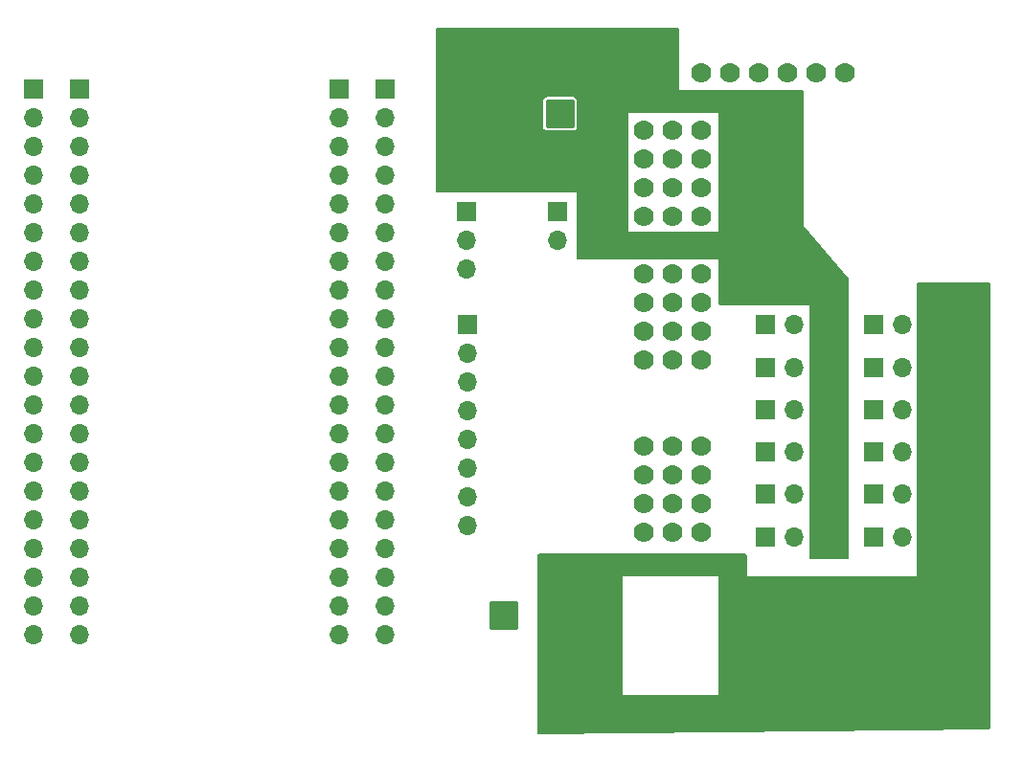
<source format=gbr>
%TF.GenerationSoftware,KiCad,Pcbnew,9.0.0*%
%TF.CreationDate,2025-03-26T16:30:54-04:00*%
%TF.ProjectId,spotmicro23mm,73706f74-6d69-4637-926f-32336d6d2e6b,rev?*%
%TF.SameCoordinates,Original*%
%TF.FileFunction,Copper,L2,Inr*%
%TF.FilePolarity,Positive*%
%FSLAX46Y46*%
G04 Gerber Fmt 4.6, Leading zero omitted, Abs format (unit mm)*
G04 Created by KiCad (PCBNEW 9.0.0) date 2025-03-26 16:30:54*
%MOMM*%
%LPD*%
G01*
G04 APERTURE LIST*
G04 Aperture macros list*
%AMRoundRect*
0 Rectangle with rounded corners*
0 $1 Rounding radius*
0 $2 $3 $4 $5 $6 $7 $8 $9 X,Y pos of 4 corners*
0 Add a 4 corners polygon primitive as box body*
4,1,4,$2,$3,$4,$5,$6,$7,$8,$9,$2,$3,0*
0 Add four circle primitives for the rounded corners*
1,1,$1+$1,$2,$3*
1,1,$1+$1,$4,$5*
1,1,$1+$1,$6,$7*
1,1,$1+$1,$8,$9*
0 Add four rect primitives between the rounded corners*
20,1,$1+$1,$2,$3,$4,$5,0*
20,1,$1+$1,$4,$5,$6,$7,0*
20,1,$1+$1,$6,$7,$8,$9,0*
20,1,$1+$1,$8,$9,$2,$3,0*%
G04 Aperture macros list end*
%TA.AperFunction,ComponentPad*%
%ADD10R,1.700000X1.700000*%
%TD*%
%TA.AperFunction,ComponentPad*%
%ADD11O,1.700000X1.700000*%
%TD*%
%TA.AperFunction,ComponentPad*%
%ADD12RoundRect,0.250000X1.050000X1.050000X-1.050000X1.050000X-1.050000X-1.050000X1.050000X-1.050000X0*%
%TD*%
%TA.AperFunction,ComponentPad*%
%ADD13C,2.600000*%
%TD*%
%TA.AperFunction,ComponentPad*%
%ADD14RoundRect,0.250000X-1.050000X-1.050000X1.050000X-1.050000X1.050000X1.050000X-1.050000X1.050000X0*%
%TD*%
%TA.AperFunction,ComponentPad*%
%ADD15C,1.778000*%
%TD*%
%TA.AperFunction,Conductor*%
%ADD16C,1.700000*%
%TD*%
G04 APERTURE END LIST*
D10*
%TO.N,/PWM-7*%
%TO.C,J9*%
X146170000Y-88000000D03*
D11*
%TO.N,/S2-PWR*%
X148710000Y-88000000D03*
%TO.N,/S2-GND*%
X151250000Y-88000000D03*
%TD*%
D10*
%TO.N,/ESP-32Pin*%
%TO.C,J14*%
X85500000Y-63400000D03*
D11*
X85500000Y-65940000D03*
X85500000Y-68480000D03*
X85500000Y-71020000D03*
X85500000Y-73560000D03*
X85500000Y-76100000D03*
X85500000Y-78640000D03*
X85500000Y-81180000D03*
X85500000Y-83720000D03*
X85500000Y-86260000D03*
X85500000Y-88800000D03*
X85500000Y-91340000D03*
X85500000Y-93880000D03*
X85500000Y-96420000D03*
X85500000Y-98960000D03*
X85500000Y-101500000D03*
X85500000Y-104040000D03*
X85500000Y-106580000D03*
X85500000Y-109120000D03*
X85500000Y-111660000D03*
%TD*%
D10*
%TO.N,/PWM-4*%
%TO.C,J6*%
X155670000Y-99250000D03*
D11*
%TO.N,/S1-PWR*%
X158210000Y-99250000D03*
%TO.N,/S1-GND*%
X160750000Y-99250000D03*
%TD*%
D10*
%TO.N,/Global SCL*%
%TO.C,J18*%
X127750000Y-74250000D03*
D11*
%TO.N,/Global SDA*%
X127750000Y-76790000D03*
%TD*%
D12*
%TO.N,/S2-PWR*%
%TO.C,J21*%
X127993453Y-65577500D03*
D13*
%TO.N,/S2-GND*%
X122993453Y-65577500D03*
%TD*%
D10*
%TO.N,/PWM-2*%
%TO.C,J4*%
X155670000Y-91750000D03*
D11*
%TO.N,/S1-PWR*%
X158210000Y-91750000D03*
%TO.N,/S1-GND*%
X160750000Y-91750000D03*
%TD*%
D10*
%TO.N,/ESP-32Pin*%
%TO.C,J17*%
X112500000Y-63400000D03*
D11*
X112500000Y-65940000D03*
X112500000Y-68480000D03*
X112500000Y-71020000D03*
X112500000Y-73560000D03*
X112500000Y-76100000D03*
X112500000Y-78640000D03*
X112500000Y-81180000D03*
X112500000Y-83720000D03*
X112500000Y-86260000D03*
X112500000Y-88800000D03*
X112500000Y-91340000D03*
X112500000Y-93880000D03*
X112500000Y-96420000D03*
X112500000Y-98960000D03*
X112500000Y-101500000D03*
X112500000Y-104040000D03*
X112500000Y-106580000D03*
X112500000Y-109120000D03*
X112500000Y-111660000D03*
%TD*%
D10*
%TO.N,/PWM-11*%
%TO.C,J13*%
X146170000Y-103000000D03*
D11*
%TO.N,/S2-PWR*%
X148710000Y-103000000D03*
%TO.N,/S2-GND*%
X151250000Y-103000000D03*
%TD*%
D10*
%TO.N,/PWM-1*%
%TO.C,J3*%
X155670000Y-88000000D03*
D11*
%TO.N,/S1-PWR*%
X158210000Y-88000000D03*
%TO.N,/S1-GND*%
X160750000Y-88000000D03*
%TD*%
D10*
%TO.N,/ESP-32Pin*%
%TO.C,J15*%
X108500000Y-63400000D03*
D11*
X108500000Y-65940000D03*
X108500000Y-68480000D03*
X108500000Y-71020000D03*
X108500000Y-73560000D03*
X108500000Y-76100000D03*
X108500000Y-78640000D03*
X108500000Y-81180000D03*
X108500000Y-83720000D03*
X108500000Y-86260000D03*
X108500000Y-88800000D03*
X108500000Y-91340000D03*
X108500000Y-93880000D03*
X108500000Y-96420000D03*
X108500000Y-98960000D03*
X108500000Y-101500000D03*
X108500000Y-104040000D03*
X108500000Y-106580000D03*
X108500000Y-109120000D03*
X108500000Y-111660000D03*
%TD*%
D10*
%TO.N,/PWM-9*%
%TO.C,J11*%
X146170000Y-95500000D03*
D11*
%TO.N,/S2-PWR*%
X148710000Y-95500000D03*
%TO.N,/S2-GND*%
X151250000Y-95500000D03*
%TD*%
D14*
%TO.N,/S1-PWR*%
%TO.C,J1*%
X123000000Y-110000000D03*
D13*
%TO.N,/S1-GND*%
X128000000Y-110000000D03*
%TD*%
D10*
%TO.N,/ESP-32Pin*%
%TO.C,J16*%
X81500000Y-63400000D03*
D11*
X81500000Y-65940000D03*
X81500000Y-68480000D03*
X81500000Y-71020000D03*
X81500000Y-73560000D03*
X81500000Y-76100000D03*
X81500000Y-78640000D03*
X81500000Y-81180000D03*
X81500000Y-83720000D03*
X81500000Y-86260000D03*
X81500000Y-88800000D03*
X81500000Y-91340000D03*
X81500000Y-93880000D03*
X81500000Y-96420000D03*
X81500000Y-98960000D03*
X81500000Y-101500000D03*
X81500000Y-104040000D03*
X81500000Y-106580000D03*
X81500000Y-109120000D03*
X81500000Y-111660000D03*
%TD*%
D10*
%TO.N,/PWM-6*%
%TO.C,J8*%
X146170000Y-84250000D03*
D11*
%TO.N,/S2-PWR*%
X148710000Y-84250000D03*
%TO.N,/S2-GND*%
X151250000Y-84250000D03*
%TD*%
D10*
%TO.N,/PWM-3*%
%TO.C,J5*%
X155670000Y-95500000D03*
D11*
%TO.N,/S1-PWR*%
X158210000Y-95500000D03*
%TO.N,/S1-GND*%
X160750000Y-95500000D03*
%TD*%
D10*
%TO.N,/PWM-8*%
%TO.C,J10*%
X146170000Y-91750000D03*
D11*
%TO.N,/S2-PWR*%
X148710000Y-91750000D03*
%TO.N,/S2-GND*%
X151250000Y-91750000D03*
%TD*%
D10*
%TO.N,/ESP32-3v3*%
%TO.C,J20*%
X119800000Y-84260000D03*
D11*
%TO.N,/ESP32-GND*%
X119800000Y-86800000D03*
%TO.N,/Global SCL*%
X119800000Y-89340000D03*
%TO.N,/Global SDA*%
X119800000Y-91880000D03*
%TO.N,unconnected-(J20-Pin_5-Pad5)*%
X119800000Y-94420000D03*
%TO.N,unconnected-(J20-Pin_6-Pad6)*%
X119800000Y-96960000D03*
%TO.N,unconnected-(J20-Pin_7-Pad7)*%
X119800000Y-99500000D03*
%TO.N,unconnected-(J20-Pin_8-Pad8)*%
X119800000Y-102040000D03*
%TD*%
D10*
%TO.N,/PWM-10*%
%TO.C,J12*%
X146170000Y-99250000D03*
D11*
%TO.N,/S2-PWR*%
X148710000Y-99250000D03*
%TO.N,/S2-GND*%
X151250000Y-99250000D03*
%TD*%
D10*
%TO.N,/ESP32-GND*%
%TO.C,J19*%
X119750000Y-74210000D03*
D11*
%TO.N,/ESP32-3v3*%
X119750000Y-76750000D03*
%TO.N,/ESP32-5v*%
X119750000Y-79290000D03*
%TD*%
D10*
%TO.N,/PWM-5*%
%TO.C,J7*%
X155670000Y-103000000D03*
D11*
%TO.N,/S1-PWR*%
X158210000Y-103000000D03*
%TO.N,/S1-GND*%
X160750000Y-103000000D03*
%TD*%
D15*
%TO.N,/PWM-0*%
%TO.C,U2*%
X140440000Y-67050000D03*
%TO.N,/PWM-1*%
X140440000Y-69590000D03*
%TO.N,/PWM-2*%
X140440000Y-72130000D03*
%TO.N,/PWM-3*%
X140440000Y-74670000D03*
%TO.N,/PWM-4*%
X140440000Y-79750000D03*
%TO.N,/PWM-5*%
X140440000Y-82290000D03*
%TO.N,/PWM-6*%
X140440000Y-84830000D03*
%TO.N,/PWM-7*%
X140440000Y-87370000D03*
%TO.N,/PWM-8*%
X140440000Y-94990000D03*
%TO.N,/PWM-9*%
X140440000Y-97530000D03*
%TO.N,/PWM-10*%
X140440000Y-100070000D03*
%TO.N,/PWM-11*%
X140440000Y-102610000D03*
%TO.N,/ESP32-GND*%
X153140000Y-61970000D03*
%TO.N,N/C*%
X135360000Y-67050000D03*
X135360000Y-69590000D03*
X135360000Y-72130000D03*
X135360000Y-74670000D03*
X135360000Y-79750000D03*
X135360000Y-82290000D03*
X135360000Y-84830000D03*
X135360000Y-87370000D03*
X135360000Y-94990000D03*
X135360000Y-97530000D03*
X135360000Y-100070000D03*
X135360000Y-102610000D03*
X150600000Y-61970000D03*
%TO.N,/Global SCL*%
X148060000Y-61970000D03*
%TO.N,/Global SDA*%
X145520000Y-61970000D03*
%TO.N,unconnected-(U2-V+-PadV+_1)*%
X140440000Y-61970000D03*
%TO.N,N/C*%
X137900000Y-67050000D03*
X137900000Y-69590000D03*
X137900000Y-72130000D03*
X137900000Y-74670000D03*
X137900000Y-79750000D03*
X137900000Y-82290000D03*
X137900000Y-84830000D03*
X137900000Y-87370000D03*
X137900000Y-94990000D03*
X137900000Y-97530000D03*
X137900000Y-100070000D03*
X137900000Y-102610000D03*
%TO.N,/ESP32-5v*%
X142980000Y-61970000D03*
%TD*%
D10*
%TO.N,/PWM-0*%
%TO.C,J2*%
X155670000Y-84250000D03*
D11*
%TO.N,/S1-PWR*%
X158210000Y-84250000D03*
%TO.N,/S1-GND*%
X160750000Y-84250000D03*
%TD*%
D16*
%TO.N,/S1-GND*%
X160750000Y-103000000D02*
X160750000Y-95500000D01*
X128000000Y-110000000D02*
X128000000Y-115000000D01*
X160750000Y-110750000D02*
X160750000Y-103000000D01*
X128000000Y-115000000D02*
X131500000Y-118500000D01*
X160750000Y-103000000D02*
X160750000Y-99250000D01*
X131500000Y-118500000D02*
X153000000Y-118500000D01*
X160750000Y-84250000D02*
X160750000Y-88000000D01*
X160750000Y-91750000D02*
X160750000Y-95500000D01*
X153000000Y-118500000D02*
X160750000Y-110750000D01*
X160750000Y-91750000D02*
X160750000Y-88000000D01*
%TO.N,/S2-GND*%
X151250000Y-91750000D02*
X151250000Y-95500000D01*
X142500000Y-64500000D02*
X146500000Y-68500000D01*
X133000000Y-61000000D02*
X136500000Y-64500000D01*
X147000000Y-78500000D02*
X149500000Y-78500000D01*
X151250000Y-95500000D02*
X151250000Y-99250000D01*
X151250000Y-99250000D02*
X151250000Y-103000000D01*
X125000000Y-61000000D02*
X133000000Y-61000000D01*
X151250000Y-88000000D02*
X151250000Y-91750000D01*
X151250000Y-84250000D02*
X151250000Y-88000000D01*
X122993453Y-63006547D02*
X125000000Y-61000000D01*
X122993453Y-65577500D02*
X122993453Y-63006547D01*
X146500000Y-78000000D02*
X147000000Y-78500000D01*
X146500000Y-68500000D02*
X146500000Y-78000000D01*
X149500000Y-78500000D02*
X151250000Y-80250000D01*
X151250000Y-80250000D02*
X151250000Y-84250000D01*
X136500000Y-64500000D02*
X142500000Y-64500000D01*
%TD*%
%TA.AperFunction,Conductor*%
%TO.N,/S2-GND*%
G36*
X134000000Y-76000000D02*
G01*
X142000000Y-76000000D01*
X142000000Y-78500000D01*
X129624000Y-78500000D01*
X129556961Y-78480315D01*
X129511206Y-78427511D01*
X129500000Y-78376000D01*
X129500000Y-72500000D01*
X134000000Y-72500000D01*
X134000000Y-76000000D01*
G37*
%TD.AperFunction*%
%TD*%
%TA.AperFunction,Conductor*%
%TO.N,/S2-GND*%
G36*
X138443039Y-58019685D02*
G01*
X138488794Y-58072489D01*
X138500000Y-58124000D01*
X138500000Y-63500000D01*
X149376000Y-63500000D01*
X149443039Y-63519685D01*
X149488794Y-63572489D01*
X149500000Y-63624000D01*
X149500000Y-71657949D01*
X149499684Y-71666789D01*
X149495024Y-71731977D01*
X149495024Y-71731992D01*
X149495047Y-72269008D01*
X149499684Y-72333789D01*
X149500000Y-72342641D01*
X149500000Y-75500000D01*
X153470148Y-80131839D01*
X153498831Y-80195549D01*
X153500000Y-80212536D01*
X153500000Y-104876000D01*
X153480315Y-104943039D01*
X153427511Y-104988794D01*
X153376000Y-105000000D01*
X150124000Y-105000000D01*
X150056961Y-104980315D01*
X150011206Y-104927511D01*
X150000000Y-104876000D01*
X150000000Y-82500000D01*
X142124000Y-82500000D01*
X142056961Y-82480315D01*
X142011206Y-82427511D01*
X142000000Y-82376000D01*
X142000000Y-78500000D01*
X142000000Y-65500000D01*
X134000000Y-65500000D01*
X134000000Y-72500000D01*
X117124000Y-72500000D01*
X117056961Y-72480315D01*
X117011206Y-72427511D01*
X117000000Y-72376000D01*
X117000000Y-64473230D01*
X126492953Y-64473230D01*
X126492953Y-66681769D01*
X126495806Y-66712199D01*
X126495806Y-66712201D01*
X126524736Y-66794875D01*
X126540660Y-66840382D01*
X126621303Y-66949650D01*
X126730571Y-67030293D01*
X126773298Y-67045244D01*
X126858752Y-67075146D01*
X126889183Y-67078000D01*
X126889187Y-67078000D01*
X129097723Y-67078000D01*
X129128152Y-67075146D01*
X129128154Y-67075146D01*
X129192243Y-67052719D01*
X129256335Y-67030293D01*
X129365603Y-66949650D01*
X129446246Y-66840382D01*
X129468672Y-66776290D01*
X129491099Y-66712201D01*
X129491099Y-66712199D01*
X129493953Y-66681769D01*
X129493953Y-64473230D01*
X129491099Y-64442800D01*
X129491099Y-64442798D01*
X129446246Y-64314619D01*
X129446245Y-64314617D01*
X129365603Y-64205350D01*
X129256335Y-64124707D01*
X129256333Y-64124706D01*
X129128153Y-64079853D01*
X129097723Y-64077000D01*
X129097719Y-64077000D01*
X126889187Y-64077000D01*
X126889183Y-64077000D01*
X126858753Y-64079853D01*
X126858751Y-64079853D01*
X126730572Y-64124706D01*
X126730570Y-64124707D01*
X126621303Y-64205350D01*
X126540660Y-64314617D01*
X126540659Y-64314619D01*
X126495806Y-64442798D01*
X126495806Y-64442800D01*
X126492953Y-64473230D01*
X117000000Y-64473230D01*
X117000000Y-58124000D01*
X117019685Y-58056961D01*
X117072489Y-58011206D01*
X117124000Y-58000000D01*
X138376000Y-58000000D01*
X138443039Y-58019685D01*
G37*
%TD.AperFunction*%
%TD*%
%TA.AperFunction,Conductor*%
%TO.N,/S1-GND*%
G36*
X144443039Y-104519685D02*
G01*
X144488794Y-104572489D01*
X144500000Y-104624000D01*
X144500000Y-106500000D01*
X133500000Y-106500000D01*
X133500000Y-104500000D01*
X144376000Y-104500000D01*
X144443039Y-104519685D01*
G37*
%TD.AperFunction*%
%TD*%
%TA.AperFunction,Conductor*%
%TO.N,/S1-GND*%
G36*
X165943039Y-80519685D02*
G01*
X165988794Y-80572489D01*
X166000000Y-80624000D01*
X166000000Y-119877433D01*
X165980315Y-119944472D01*
X165927511Y-119990227D01*
X165877442Y-120001425D01*
X126125442Y-120463658D01*
X126058178Y-120444754D01*
X126011812Y-120392485D01*
X126000000Y-120339666D01*
X126000000Y-104624000D01*
X126019685Y-104556961D01*
X126072489Y-104511206D01*
X126124000Y-104500000D01*
X133500000Y-104500000D01*
X133500000Y-117000000D01*
X142000000Y-117000000D01*
X142000000Y-106500000D01*
X159500000Y-106500000D01*
X159500000Y-80624000D01*
X159519685Y-80556961D01*
X159572489Y-80511206D01*
X159624000Y-80500000D01*
X165876000Y-80500000D01*
X165943039Y-80519685D01*
G37*
%TD.AperFunction*%
%TD*%
M02*

</source>
